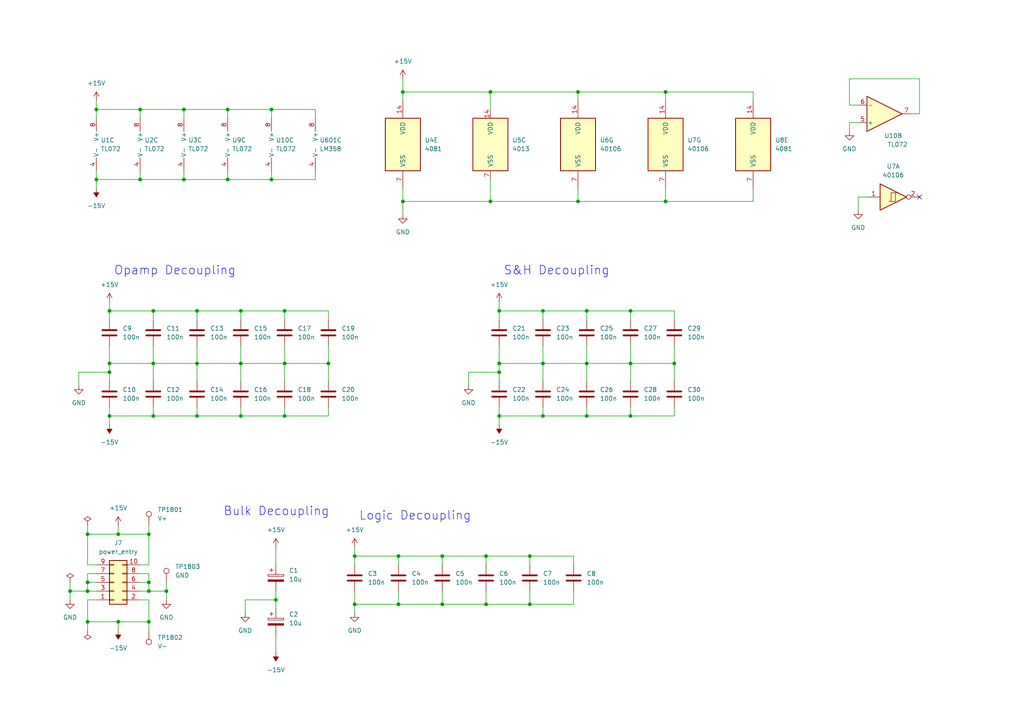
<source format=kicad_sch>
(kicad_sch (version 20211123) (generator eeschema)
  (paper "A4")
  (title_block (title "Josh Ox Ribbon Synth Ribbon board") (date "2022-06-17") (rev "0") (comment 1 "creativecommons.org/licences/by/4.0") (comment 2 "license: CC by 4.0") (comment 3 "Author: Jordan Aceto"))
  (lib_symbols
    (symbol "4xxx:40106" (pin_names (offset 1.016))
      (property "Reference" "U" (at 0 1.27 0))
      (property "Value" "40106" (at 0 -1.27 0))
      (symbol "40106_1_0"
        (polyline (pts (xy -0.635 -1.27) (xy -0.635 1.27) (xy 0.635 1.27)))
        (polyline (pts (xy -3.81 3.81) (xy -3.81 -3.81) (xy 3.81 0) (xy -3.81 3.81)) (stroke (width 0.254)) (fill (type background)))
        (polyline (pts (xy -1.27 -1.27) (xy 0.635 -1.27) (xy 0.635 1.27) (xy 1.27 1.27)))
        (pin input line (at -7.62 0 0) (length 3.81) (name "~") (number "1"))
        (pin output inverted (at 7.62 0 180) (length 3.81) (name "~") (number "2"))
      )
      (symbol "40106_2_0"
        (polyline (pts (xy -0.635 -1.27) (xy -0.635 1.27) (xy 0.635 1.27)))
        (polyline (pts (xy -3.81 3.81) (xy -3.81 -3.81) (xy 3.81 0) (xy -3.81 3.81)) (stroke (width 0.254)) (fill (type background)))
        (polyline (pts (xy -1.27 -1.27) (xy 0.635 -1.27) (xy 0.635 1.27) (xy 1.27 1.27)))
        (pin input line (at -7.62 0 0) (length 3.81) (name "~") (number "3"))
        (pin output inverted (at 7.62 0 180) (length 3.81) (name "~") (number "4"))
      )
      (symbol "40106_3_0"
        (polyline (pts (xy -0.635 -1.27) (xy -0.635 1.27) (xy 0.635 1.27)))
        (polyline (pts (xy -3.81 3.81) (xy -3.81 -3.81) (xy 3.81 0) (xy -3.81 3.81)) (stroke (width 0.254)) (fill (type background)))
        (polyline (pts (xy -1.27 -1.27) (xy 0.635 -1.27) (xy 0.635 1.27) (xy 1.27 1.27)))
        (pin input line (at -7.62 0 0) (length 3.81) (name "~") (number "5"))
        (pin output inverted (at 7.62 0 180) (length 3.81) (name "~") (number "6"))
      )
      (symbol "40106_4_0"
        (polyline (pts (xy -0.635 -1.27) (xy -0.635 1.27) (xy 0.635 1.27)))
        (polyline (pts (xy -3.81 3.81) (xy -3.81 -3.81) (xy 3.81 0) (xy -3.81 3.81)) (stroke (width 0.254)) (fill (type background)))
        (polyline (pts (xy -1.27 -1.27) (xy 0.635 -1.27) (xy 0.635 1.27) (xy 1.27 1.27)))
        (pin output inverted (at 7.62 0 180) (length 3.81) (name "~") (number "8"))
        (pin input line (at -7.62 0 0) (length 3.81) (name "~") (number "9"))
      )
      (symbol "40106_5_0"
        (polyline (pts (xy -0.635 -1.27) (xy -0.635 1.27) (xy 0.635 1.27)))
        (polyline (pts (xy -3.81 3.81) (xy -3.81 -3.81) (xy 3.81 0) (xy -3.81 3.81)) (stroke (width 0.254)) (fill (type background)))
        (polyline (pts (xy -1.27 -1.27) (xy 0.635 -1.27) (xy 0.635 1.27) (xy 1.27 1.27)))
        (pin output inverted (at 7.62 0 180) (length 3.81) (name "~") (number "10"))
        (pin input line (at -7.62 0 0) (length 3.81) (name "~") (number "11"))
      )
      (symbol "40106_6_0"
        (polyline (pts (xy -0.635 -1.27) (xy -0.635 1.27) (xy 0.635 1.27)))
        (polyline (pts (xy -3.81 3.81) (xy -3.81 -3.81) (xy 3.81 0) (xy -3.81 3.81)) (stroke (width 0.254)) (fill (type background)))
        (polyline (pts (xy -1.27 -1.27) (xy 0.635 -1.27) (xy 0.635 1.27) (xy 1.27 1.27)))
        (pin output inverted (at 7.62 0 180) (length 3.81) (name "~") (number "12"))
        (pin input line (at -7.62 0 0) (length 3.81) (name "~") (number "13"))
      )
      (symbol "40106_7_0"
        (pin power_in line (at 0 12.7 270) (length 5.08) (name "VDD") (number "14"))
        (pin power_in line (at 0 -12.7 90) (length 5.08) (name "VSS") (number "7"))
      )
      (symbol "40106_7_1"
        (rectangle (start -5.08 7.62) (end 5.08 -7.62) (stroke (width 0.254)) (fill (type background)))
      )
    )
    (symbol "4xxx:4013" (pin_names (offset 1.016))
      (property "Reference" "U" (at -7.62 8.89 0))
      (property "Value" "4013" (at -7.62 -8.89 0))
      (symbol "4013_1_1"
        (rectangle (start -5.08 5.08) (end 5.08 -5.08) (stroke (width 0.254)) (fill (type background)))
        (pin output line (at 7.62 2.54 180) (length 2.54) (name "Q") (number "1"))
        (pin output line (at 7.62 -2.54 180) (length 2.54) (name "~{Q}") (number "2"))
        (pin input clock (at -7.62 0 0) (length 2.54) (name "C") (number "3"))
        (pin input line (at 0 -7.62 90) (length 2.54) (name "R") (number "4"))
        (pin input line (at -7.62 2.54 0) (length 2.54) (name "D") (number "5"))
        (pin input line (at 0 7.62 270) (length 2.54) (name "S") (number "6"))
      )
      (symbol "4013_2_1"
        (rectangle (start -5.08 5.08) (end 5.08 -5.08) (stroke (width 0.254)) (fill (type background)))
        (pin input line (at 0 -7.62 90) (length 2.54) (name "R") (number "10"))
        (pin input clock (at -7.62 0 0) (length 2.54) (name "C") (number "11"))
        (pin output line (at 7.62 -2.54 180) (length 2.54) (name "~{Q}") (number "12"))
        (pin output line (at 7.62 2.54 180) (length 2.54) (name "Q") (number "13"))
        (pin input line (at 0 7.62 270) (length 2.54) (name "S") (number "8"))
        (pin input line (at -7.62 2.54 0) (length 2.54) (name "D") (number "9"))
      )
      (symbol "4013_3_0"
        (pin power_in line (at 0 10.16 270) (length 2.54) (name "VDD") (number "14"))
        (pin power_in line (at 0 -10.16 90) (length 2.54) (name "VSS") (number "7"))
      )
      (symbol "4013_3_1"
        (rectangle (start -5.08 7.62) (end 5.08 -7.62) (stroke (width 0.254)) (fill (type background)))
      )
    )
    (symbol "4xxx:4081" (pin_names (offset 1.016))
      (property "Reference" "U" (at 0 1.27 0))
      (property "Value" "4081" (at 0 -1.27 0))
      (symbol "4081_1_1"
        (arc (start 0 -3.81) (mid 3.81 0) (end 0 3.81) (stroke (width 0.254)) (fill (type background)))
        (polyline (pts (xy 0 3.81) (xy -3.81 3.81) (xy -3.81 -3.81) (xy 0 -3.81)) (stroke (width 0.254)) (fill (type background)))
        (pin input line (at -7.62 2.54 0) (length 3.81) (name "~") (number "1"))
        (pin input line (at -7.62 -2.54 0) (length 3.81) (name "~") (number "2"))
        (pin output line (at 7.62 0 180) (length 3.81) (name "~") (number "3"))
      )
      (symbol "4081_1_2"
        (arc (start -3.81 -3.81) (mid -2.589 0) (end -3.81 3.81) (stroke (width 0.254)))
        (arc (start -0.6096 -3.81) (mid 2.1842 -2.5851) (end 3.81 0) (stroke (width 0.254)) (fill (type background)))
        (polyline (pts (xy -3.81 -3.81) (xy -0.635 -3.81)) (stroke (width 0.254)) (fill (type background)))
        (polyline (pts (xy -3.81 3.81) (xy -0.635 3.81)) (stroke (width 0.254)) (fill (type background)))
        (polyline (pts (xy -0.635 3.81) (xy -3.81 3.81) (xy -3.81 3.81) (xy -3.556 3.4036) (xy -3.0226 2.2606) (xy -2.6924 1.0414) (xy -2.6162 -0.254) (xy -2.7686 -1.4986) (xy -3.175 -2.7178) (xy -3.81 -3.81) (xy -3.81 -3.81) (xy -0.635 -3.81)) (stroke (width -25.4)) (fill (type background)))
        (arc (start 3.81 0) (mid 2.1915 2.5936) (end -0.6096 3.81) (stroke (width 0.254)) (fill (type background)))
        (pin input inverted (at -7.62 2.54 0) (length 4.318) (name "~") (number "1"))
        (pin input inverted (at -7.62 -2.54 0) (length 4.318) (name "~") (number "2"))
        (pin output inverted (at 7.62 0 180) (length 3.81) (name "~") (number "3"))
      )
      (symbol "4081_2_1"
        (arc (start 0 -3.81) (mid 3.81 0) (end 0 3.81) (stroke (width 0.254)) (fill (type background)))
        (polyline (pts (xy 0 3.81) (xy -3.81 3.81) (xy -3.81 -3.81) (xy 0 -3.81)) (stroke (width 0.254)) (fill (type background)))
        (pin output line (at 7.62 0 180) (length 3.81) (name "~") (number "4"))
        (pin input line (at -7.62 2.54 0) (length 3.81) (name "~") (number "5"))
        (pin input line (at -7.62 -2.54 0) (length 3.81) (name "~") (number "6"))
      )
      (symbol "4081_2_2"
        (arc (start -3.81 -3.81) (mid -2.589 0) (end -3.81 3.81) (stroke (width 0.254)))
        (arc (start -0.6096 -3.81) (mid 2.1842 -2.5851) (end 3.81 0) (stroke (width 0.254)) (fill (type background)))
        (polyline (pts (xy -3.81 -3.81) (xy -0.635 -3.81)) (stroke (width 0.254)) (fill (type background)))
        (polyline (pts (xy -3.81 3.81) (xy -0.635 3.81)) (stroke (width 0.254)) (fill (type background)))
        (polyline (pts (xy -0.635 3.81) (xy -3.81 3.81) (xy -3.81 3.81) (xy -3.556 3.4036) (xy -3.0226 2.2606) (xy -2.6924 1.0414) (xy -2.6162 -0.254) (xy -2.7686 -1.4986) (xy -3.175 -2.7178) (xy -3.81 -3.81) (xy -3.81 -3.81) (xy -0.635 -3.81)) (stroke (width -25.4)) (fill (type background)))
        (arc (start 3.81 0) (mid 2.1915 2.5936) (end -0.6096 3.81) (stroke (width 0.254)) (fill (type background)))
        (pin output inverted (at 7.62 0 180) (length 3.81) (name "~") (number "4"))
        (pin input inverted (at -7.62 2.54 0) (length 4.318) (name "~") (number "5"))
        (pin input inverted (at -7.62 -2.54 0) (length 4.318) (name "~") (number "6"))
      )
      (symbol "4081_3_1"
        (arc (start 0 -3.81) (mid 3.81 0) (end 0 3.81) (stroke (width 0.254)) (fill (type background)))
        (polyline (pts (xy 0 3.81) (xy -3.81 3.81) (xy -3.81 -3.81) (xy 0 -3.81)) (stroke (width 0.254)) (fill (type background)))
        (pin output line (at 7.62 0 180) (length 3.81) (name "~") (number "10"))
        (pin input line (at -7.62 2.54 0) (length 3.81) (name "~") (number "8"))
        (pin input line (at -7.62 -2.54 0) (length 3.81) (name "~") (number "9"))
      )
      (symbol "4081_3_2"
        (arc (start -3.81 -3.81) (mid -2.589 0) (end -3.81 3.81) (stroke (width 0.254)))
        (arc (start -0.6096 -3.81) (mid 2.1842 -2.5851) (end 3.81 0) (stroke (width 0.254)) (fill (type background)))
        (polyline (pts (xy -3.81 -3.81) (xy -0.635 -3.81)) (stroke (width 0.254)) (fill (type background)))
        (polyline (pts (xy -3.81 3.81) (xy -0.635 3.81)) (stroke (width 0.254)) (fill (type background)))
        (polyline (pts (xy -0.635 3.81) (xy -3.81 3.81) (xy -3.81 3.81) (xy -3.556 3.4036) (xy -3.0226 2.2606) (xy -2.6924 1.0414) (xy -2.6162 -0.254) (xy -2.7686 -1.4986) (xy -3.175 -2.7178) (xy -3.81 -3.81) (xy -3.81 -3.81) (xy -0.635 -3.81)) (stroke (width -25.4)) (fill (type background)))
        (arc (start 3.81 0) (mid 2.1915 2.5936) (end -0.6096 3.81) (stroke (width 0.254)) (fill (type background)))
        (pin output inverted (at 7.62 0 180) (length 3.81) (name "~") (number "10"))
        (pin input inverted (at -7.62 2.54 0) (length 4.318) (name "~") (number "8"))
        (pin input inverted (at -7.62 -2.54 0) (length 4.318) (name "~") (number "9"))
      )
      (symbol "4081_4_1"
        (arc (start 0 -3.81) (mid 3.81 0) (end 0 3.81) (stroke (width 0.254)) (fill (type background)))
        (polyline (pts (xy 0 3.81) (xy -3.81 3.81) (xy -3.81 -3.81) (xy 0 -3.81)) (stroke (width 0.254)) (fill (type background)))
        (pin output line (at 7.62 0 180) (length 3.81) (name "~") (number "11"))
        (pin input line (at -7.62 2.54 0) (length 3.81) (name "~") (number "12"))
        (pin input line (at -7.62 -2.54 0) (length 3.81) (name "~") (number "13"))
      )
      (symbol "4081_4_2"
        (arc (start -3.81 -3.81) (mid -2.589 0) (end -3.81 3.81) (stroke (width 0.254)))
        (arc (start -0.6096 -3.81) (mid 2.1842 -2.5851) (end 3.81 0) (stroke (width 0.254)) (fill (type background)))
        (polyline (pts (xy -3.81 -3.81) (xy -0.635 -3.81)) (stroke (width 0.254)) (fill (type background)))
        (polyline (pts (xy -3.81 3.81) (xy -0.635 3.81)) (stroke (width 0.254)) (fill (type background)))
        (polyline (pts (xy -0.635 3.81) (xy -3.81 3.81) (xy -3.81 3.81) (xy -3.556 3.4036) (xy -3.0226 2.2606) (xy -2.6924 1.0414) (xy -2.6162 -0.254) (xy -2.7686 -1.4986) (xy -3.175 -2.7178) (xy -3.81 -3.81) (xy -3.81 -3.81) (xy -0.635 -3.81)) (stroke (width -25.4)) (fill (type background)))
        (arc (start 3.81 0) (mid 2.1915 2.5936) (end -0.6096 3.81) (stroke (width 0.254)) (fill (type background)))
        (pin output inverted (at 7.62 0 180) (length 3.81) (name "~") (number "11"))
        (pin input inverted (at -7.62 2.54 0) (length 4.318) (name "~") (number "12"))
        (pin input inverted (at -7.62 -2.54 0) (length 4.318) (name "~") (number "13"))
      )
      (symbol "4081_5_0"
        (pin power_in line (at 0 12.7 270) (length 5.08) (name "VDD") (number "14"))
        (pin power_in line (at 0 -12.7 90) (length 5.08) (name "VSS") (number "7"))
      )
      (symbol "4081_5_1"
        (rectangle (start -5.08 7.62) (end 5.08 -7.62) (stroke (width 0.254)) (fill (type background)))
      )
    )
    (symbol "Amplifier_Operational:LM358" (pin_names (offset 0.127))
      (property "Reference" "U" (at 0 5.08 0))
      (property "Value" "LM358" (at 0 -5.08 0))
      (symbol "LM358_1_1"
        (polyline (pts (xy -5.08 5.08) (xy 5.08 0) (xy -5.08 -5.08) (xy -5.08 5.08)) (stroke (width 0.254)) (fill (type background)))
        (pin output line (at 7.62 0 180) (length 2.54) (name "~") (number "1"))
        (pin input line (at -7.62 -2.54 0) (length 2.54) (name "-") (number "2"))
        (pin input line (at -7.62 2.54 0) (length 2.54) (name "+") (number "3"))
      )
      (symbol "LM358_2_1"
        (polyline (pts (xy -5.08 5.08) (xy 5.08 0) (xy -5.08 -5.08) (xy -5.08 5.08)) (stroke (width 0.254)) (fill (type background)))
        (pin input line (at -7.62 2.54 0) (length 2.54) (name "+") (number "5"))
        (pin input line (at -7.62 -2.54 0) (length 2.54) (name "-") (number "6"))
        (pin output line (at 7.62 0 180) (length 2.54) (name "~") (number "7"))
      )
      (symbol "LM358_3_1"
        (pin power_in line (at -2.54 -7.62 90) (length 3.81) (name "V-") (number "4"))
        (pin power_in line (at -2.54 7.62 270) (length 3.81) (name "V+") (number "8"))
      )
    )
    (symbol "Amplifier_Operational:TL072" (pin_names (offset 0.127))
      (property "Reference" "U" (at 0 5.08 0))
      (property "Value" "TL072" (at 0 -5.08 0))
      (symbol "TL072_1_1"
        (polyline (pts (xy -5.08 5.08) (xy 5.08 0) (xy -5.08 -5.08) (xy -5.08 5.08)) (stroke (width 0.254)) (fill (type background)))
        (pin output line (at 7.62 0 180) (length 2.54) (name "~") (number "1"))
        (pin input line (at -7.62 -2.54 0) (length 2.54) (name "-") (number "2"))
        (pin input line (at -7.62 2.54 0) (length 2.54) (name "+") (number "3"))
      )
      (symbol "TL072_2_1"
        (polyline (pts (xy -5.08 5.08) (xy 5.08 0) (xy -5.08 -5.08) (xy -5.08 5.08)) (stroke (width 0.254)) (fill (type background)))
        (pin input line (at -7.62 2.54 0) (length 2.54) (name "+") (number "5"))
        (pin input line (at -7.62 -2.54 0) (length 2.54) (name "-") (number "6"))
        (pin output line (at 7.62 0 180) (length 2.54) (name "~") (number "7"))
      )
      (symbol "TL072_3_1"
        (pin power_in line (at -2.54 -7.62 90) (length 3.81) (name "V-") (number "4"))
        (pin power_in line (at -2.54 7.62 270) (length 3.81) (name "V+") (number "8"))
      )
    )
    (symbol "Connector:TestPoint" (pin_numbers hide) (pin_names (offset 0.762) hide)
      (property "Reference" "TP" (at 0 6.858 0))
      (property "Value" "TestPoint" (at 0 5.08 0))
      (symbol "TestPoint_0_1"
        (circle (center 0 3.302) (radius 0.762))
      )
      (symbol "TestPoint_1_1"
        (pin passive line (at 0 0 90) (length 2.54) (name "1") (number "1"))
      )
    )
    (symbol "Connector_Generic:Conn_02x05_Odd_Even" (pin_names (offset 1.016) hide)
      (property "Reference" "J" (at 1.27 7.62 0))
      (property "Value" "Conn_02x05_Odd_Even" (at 1.27 -7.62 0))
      (symbol "Conn_02x05_Odd_Even_1_1"
        (rectangle (start -1.27 -4.953) (end 0 -5.207) (stroke (width 0.1524)))
        (rectangle (start -1.27 -2.413) (end 0 -2.667) (stroke (width 0.1524)))
        (rectangle (start -1.27 0.127) (end 0 -0.127) (stroke (width 0.1524)))
        (rectangle (start -1.27 2.667) (end 0 2.413) (stroke (width 0.1524)))
        (rectangle (start -1.27 5.207) (end 0 4.953) (stroke (width 0.1524)))
        (rectangle (start -1.27 6.35) (end 3.81 -6.35) (stroke (width 0.254)) (fill (type background)))
        (rectangle (start 3.81 -4.953) (end 2.54 -5.207) (stroke (width 0.1524)))
        (rectangle (start 3.81 -2.413) (end 2.54 -2.667) (stroke (width 0.1524)))
        (rectangle (start 3.81 0.127) (end 2.54 -0.127) (stroke (width 0.1524)))
        (rectangle (start 3.81 2.667) (end 2.54 2.413) (stroke (width 0.1524)))
        (rectangle (start 3.81 5.207) (end 2.54 4.953) (stroke (width 0.1524)))
        (pin passive line (at -5.08 5.08 0) (length 3.81) (name "Pin_1") (number "1"))
        (pin passive line (at 7.62 -5.08 180) (length 3.81) (name "Pin_10") (number "10"))
        (pin passive line (at 7.62 5.08 180) (length 3.81) (name "Pin_2") (number "2"))
        (pin passive line (at -5.08 2.54 0) (length 3.81) (name "Pin_3") (number "3"))
        (pin passive line (at 7.62 2.54 180) (length 3.81) (name "Pin_4") (number "4"))
        (pin passive line (at -5.08 0 0) (length 3.81) (name "Pin_5") (number "5"))
        (pin passive line (at 7.62 0 180) (length 3.81) (name "Pin_6") (number "6"))
        (pin passive line (at -5.08 -2.54 0) (length 3.81) (name "Pin_7") (number "7"))
        (pin passive line (at 7.62 -2.54 180) (length 3.81) (name "Pin_8") (number "8"))
        (pin passive line (at -5.08 -5.08 0) (length 3.81) (name "Pin_9") (number "9"))
      )
    )
    (symbol "Device:C" (pin_numbers hide) (pin_names (offset 0.254))
      (property "Reference" "C" (at 0.635 2.54 0))
      (property "Value" "C" (at 0.635 -2.54 0))
      (symbol "C_0_1"
        (polyline (pts (xy -2.032 -0.762) (xy 2.032 -0.762)) (stroke (width 0.508)))
        (polyline (pts (xy -2.032 0.762) (xy 2.032 0.762)) (stroke (width 0.508)))
      )
      (symbol "C_1_1"
        (pin passive line (at 0 3.81 270) (length 2.794) (name "~") (number "1"))
        (pin passive line (at 0 -3.81 90) (length 2.794) (name "~") (number "2"))
      )
    )
    (symbol "Device:C_Polarized" (pin_numbers hide) (pin_names (offset 0.254))
      (property "Reference" "C" (at 0.635 2.54 0))
      (property "Value" "C_Polarized" (at 0.635 -2.54 0))
      (symbol "C_Polarized_0_1"
        (rectangle (start -2.286 0.508) (end 2.286 1.016))
        (polyline (pts (xy -1.778 2.286) (xy -0.762 2.286)))
        (polyline (pts (xy -1.27 2.794) (xy -1.27 1.778)))
        (rectangle (start 2.286 -0.508) (end -2.286 -1.016) (fill (type outline)))
      )
      (symbol "C_Polarized_1_1"
        (pin passive line (at 0 3.81 270) (length 2.794) (name "~") (number "1"))
        (pin passive line (at 0 -3.81 90) (length 2.794) (name "~") (number "2"))
      )
    )
    (symbol "power:+15V" (power) (pin_names (offset 0))
      (property "Value" "+15V" (at 0 3.556 0))
      (symbol "+15V_0_1"
        (polyline (pts (xy -0.762 1.27) (xy 0 2.54)))
        (polyline (pts (xy 0 0) (xy 0 2.54)))
        (polyline (pts (xy 0 2.54) (xy 0.762 1.27)))
      )
      (symbol "+15V_1_1"
        (pin power_in line (at 0 0 90) (length 0) hide (name "+15V") (number "1"))
      )
    )
    (symbol "power:-15V" (power) (pin_names (offset 0))
      (property "Value" "-15V" (at 0 3.81 0))
      (symbol "-15V_0_0"
        (pin power_in line (at 0 0 90) (length 0) hide (name "-15V") (number "1"))
      )
      (symbol "-15V_0_1"
        (polyline (pts (xy 0 0) (xy 0 1.27) (xy 0.762 1.27) (xy 0 2.54) (xy -0.762 1.27) (xy 0 1.27)) (fill (type outline)))
      )
    )
    (symbol "power:GND" (power) (pin_names (offset 0))
      (property "Value" "GND" (at 0 -3.81 0))
      (symbol "GND_0_1"
        (polyline (pts (xy 0 0) (xy 0 -1.27) (xy 1.27 -1.27) (xy 0 -2.54) (xy -1.27 -1.27) (xy 0 -1.27)))
      )
      (symbol "GND_1_1"
        (pin power_in line (at 0 0 270) (length 0) hide (name "GND") (number "1"))
      )
    )
    (symbol "power:PWR_FLAG" (power) (pin_numbers hide) (pin_names (offset 0) hide)
      (property "Value" "PWR_FLAG" (at 0 3.81 0))
      (symbol "PWR_FLAG_0_0"
        (pin power_out line (at 0 0 90) (length 0) (name "pwr") (number "1"))
      )
      (symbol "PWR_FLAG_0_1"
        (polyline (pts (xy 0 0) (xy 0 1.27) (xy -1.016 1.905) (xy 0 2.54) (xy 1.016 1.905) (xy 0 1.27)))
      )
    )
  )
  (junction (at 144.78 90.17))
  (junction (at 25.4 180.34))
  (junction (at 40.64 31.75))
  (junction (at 182.88 90.17))
  (junction (at 144.78 120.65))
  (junction (at 20.32 171.45))
  (junction (at 31.75 120.65))
  (junction (at 142.24 58.42))
  (junction (at 25.4 171.45))
  (junction (at 128.27 161.29))
  (junction (at 102.87 175.26))
  (junction (at 66.04 52.07))
  (junction (at 170.18 90.17))
  (junction (at 195.58 105.41))
  (junction (at 25.4 154.94))
  (junction (at 44.45 90.17))
  (junction (at 193.04 26.67))
  (junction (at 115.57 161.29))
  (junction (at 140.97 161.29))
  (junction (at 144.78 107.95))
  (junction (at 157.48 105.41))
  (junction (at 44.45 120.65))
  (junction (at 170.18 105.41))
  (junction (at 31.75 107.95))
  (junction (at 115.57 175.26))
  (junction (at 102.87 161.29))
  (junction (at 57.15 90.17))
  (junction (at 193.04 58.42))
  (junction (at 34.29 154.94))
  (junction (at 182.88 105.41))
  (junction (at 48.26 171.45))
  (junction (at 170.18 120.65))
  (junction (at 157.48 90.17))
  (junction (at 128.27 175.26))
  (junction (at 25.4 168.91))
  (junction (at 95.25 105.41))
  (junction (at 43.18 168.91))
  (junction (at 142.24 26.67))
  (junction (at 57.15 105.41))
  (junction (at 31.75 90.17))
  (junction (at 78.74 52.07))
  (junction (at 78.74 31.75))
  (junction (at 82.55 105.41))
  (junction (at 167.64 26.67))
  (junction (at 80.01 173.99))
  (junction (at 167.64 58.42))
  (junction (at 153.67 161.29))
  (junction (at 116.84 58.42))
  (junction (at 82.55 120.65))
  (junction (at 153.67 175.26))
  (junction (at 116.84 26.67))
  (junction (at 31.75 105.41))
  (junction (at 44.45 105.41))
  (junction (at 69.85 90.17))
  (junction (at 53.34 31.75))
  (junction (at 53.34 52.07))
  (junction (at 66.04 31.75))
  (junction (at 34.29 180.34))
  (junction (at 40.64 52.07))
  (junction (at 27.94 31.75))
  (junction (at 43.18 154.94))
  (junction (at 144.78 105.41))
  (junction (at 69.85 120.65))
  (junction (at 182.88 120.65))
  (junction (at 43.18 180.34))
  (junction (at 82.55 90.17))
  (junction (at 157.48 120.65))
  (junction (at 140.97 175.26))
  (junction (at 27.94 52.07))
  (junction (at 69.85 105.41))
  (junction (at 43.18 171.45))
  (junction (at 57.15 120.65))
  (no_connect (at 266.7 57.15))
  (wire (pts (xy 142.24 58.42) (xy 116.84 58.42)))
  (wire (pts (xy 157.48 120.65) (xy 157.48 118.11)))
  (wire (pts (xy 246.38 38.1) (xy 246.38 35.56)))
  (wire (pts (xy 135.89 107.95) (xy 144.78 107.95)))
  (wire (pts (xy 115.57 175.26) (xy 115.57 171.45)))
  (wire (pts (xy 144.78 107.95) (xy 144.78 110.49)))
  (wire (pts (xy 195.58 90.17) (xy 195.58 92.71)))
  (wire (pts (xy 78.74 52.07) (xy 91.44 52.07)))
  (wire (pts (xy 40.64 168.91) (xy 43.18 168.91)))
  (wire (pts (xy 157.48 105.41) (xy 157.48 100.33)))
  (wire (pts (xy 40.64 52.07) (xy 27.94 52.07)))
  (wire (pts (xy 53.34 31.75) (xy 40.64 31.75)))
  (wire (pts (xy 193.04 26.67) (xy 167.64 26.67)))
  (wire (pts (xy 182.88 118.11) (xy 182.88 120.65)))
  (wire (pts (xy 193.04 58.42) (xy 167.64 58.42)))
  (wire (pts (xy 25.4 168.91) (xy 27.94 168.91)))
  (wire (pts (xy 43.18 154.94) (xy 34.29 154.94)))
  (wire (pts (xy 157.48 120.65) (xy 170.18 120.65)))
  (wire (pts (xy 40.64 163.83) (xy 43.18 163.83)))
  (wire (pts (xy 182.88 90.17) (xy 195.58 90.17)))
  (wire (pts (xy 82.55 90.17) (xy 82.55 92.71)))
  (wire (pts (xy 34.29 180.34) (xy 43.18 180.34)))
  (wire (pts (xy 40.64 31.75) (xy 27.94 31.75)))
  (wire (pts (xy 246.38 35.56) (xy 248.92 35.56)))
  (wire (pts (xy 53.34 49.53) (xy 53.34 52.07)))
  (wire (pts (xy 25.4 168.91) (xy 25.4 171.45)))
  (wire (pts (xy 27.94 173.99) (xy 25.4 173.99)))
  (wire (pts (xy 31.75 100.33) (xy 31.75 105.41)))
  (wire (pts (xy 43.18 171.45) (xy 43.18 168.91)))
  (wire (pts (xy 140.97 161.29) (xy 153.67 161.29)))
  (wire (pts (xy 20.32 168.91) (xy 20.32 171.45)))
  (wire (pts (xy 246.38 30.48) (xy 246.38 22.86)))
  (wire (pts (xy 25.4 166.37) (xy 27.94 166.37)))
  (wire (pts (xy 102.87 171.45) (xy 102.87 175.26)))
  (wire (pts (xy 69.85 105.41) (xy 69.85 110.49)))
  (wire (pts (xy 193.04 54.61) (xy 193.04 58.42)))
  (wire (pts (xy 140.97 175.26) (xy 128.27 175.26)))
  (wire (pts (xy 25.4 154.94) (xy 25.4 163.83)))
  (wire (pts (xy 193.04 26.67) (xy 193.04 29.21)))
  (wire (pts (xy 144.78 120.65) (xy 144.78 123.19)))
  (wire (pts (xy 102.87 177.8) (xy 102.87 175.26)))
  (wire (pts (xy 22.86 111.76) (xy 22.86 107.95)))
  (wire (pts (xy 195.58 100.33) (xy 195.58 105.41)))
  (wire (pts (xy 53.34 52.07) (xy 40.64 52.07)))
  (wire (pts (xy 43.18 152.4) (xy 43.18 154.94)))
  (wire (pts (xy 25.4 152.4) (xy 25.4 154.94)))
  (wire (pts (xy 69.85 105.41) (xy 82.55 105.41)))
  (wire (pts (xy 31.75 105.41) (xy 31.75 107.95)))
  (wire (pts (xy 166.37 175.26) (xy 166.37 171.45)))
  (wire (pts (xy 80.01 158.75) (xy 80.01 163.83)))
  (wire (pts (xy 116.84 58.42) (xy 116.84 54.61)))
  (wire (pts (xy 20.32 171.45) (xy 25.4 171.45)))
  (wire (pts (xy 153.67 175.26) (xy 153.67 171.45)))
  (wire (pts (xy 78.74 31.75) (xy 78.74 34.29)))
  (wire (pts (xy 115.57 161.29) (xy 128.27 161.29)))
  (wire (pts (xy 140.97 163.83) (xy 140.97 161.29)))
  (wire (pts (xy 71.12 173.99) (xy 80.01 173.99)))
  (wire (pts (xy 248.92 30.48) (xy 246.38 30.48)))
  (wire (pts (xy 27.94 29.21) (xy 27.94 31.75)))
  (wire (pts (xy 91.44 49.53) (xy 91.44 52.07)))
  (wire (pts (xy 167.64 54.61) (xy 167.64 58.42)))
  (wire (pts (xy 80.01 184.15) (xy 80.01 189.23)))
  (wire (pts (xy 31.75 87.63) (xy 31.75 90.17)))
  (wire (pts (xy 40.64 31.75) (xy 40.64 34.29)))
  (wire (pts (xy 128.27 175.26) (xy 128.27 171.45)))
  (wire (pts (xy 25.4 166.37) (xy 25.4 168.91)))
  (wire (pts (xy 44.45 110.49) (xy 44.45 105.41)))
  (wire (pts (xy 115.57 175.26) (xy 102.87 175.26)))
  (wire (pts (xy 170.18 105.41) (xy 182.88 105.41)))
  (wire (pts (xy 157.48 90.17) (xy 170.18 90.17)))
  (wire (pts (xy 140.97 175.26) (xy 153.67 175.26)))
  (wire (pts (xy 82.55 105.41) (xy 82.55 110.49)))
  (wire (pts (xy 166.37 161.29) (xy 166.37 163.83)))
  (wire (pts (xy 44.45 90.17) (xy 57.15 90.17)))
  (wire (pts (xy 195.58 105.41) (xy 195.58 110.49)))
  (wire (pts (xy 102.87 158.75) (xy 102.87 161.29)))
  (wire (pts (xy 142.24 26.67) (xy 142.24 31.75)))
  (wire (pts (xy 31.75 107.95) (xy 31.75 110.49)))
  (wire (pts (xy 170.18 100.33) (xy 170.18 105.41)))
  (wire (pts (xy 43.18 180.34) (xy 43.18 173.99)))
  (wire (pts (xy 82.55 100.33) (xy 82.55 105.41)))
  (wire (pts (xy 78.74 31.75) (xy 91.44 31.75)))
  (wire (pts (xy 170.18 90.17) (xy 182.88 90.17)))
  (wire (pts (xy 34.29 180.34) (xy 34.29 182.88)))
  (wire (pts (xy 31.75 90.17) (xy 31.75 92.71)))
  (wire (pts (xy 167.64 26.67) (xy 167.64 29.21)))
  (wire (pts (xy 195.58 118.11) (xy 195.58 120.65)))
  (wire (pts (xy 27.94 171.45) (xy 25.4 171.45)))
  (wire (pts (xy 48.26 168.91) (xy 48.26 171.45)))
  (wire (pts (xy 53.34 52.07) (xy 66.04 52.07)))
  (wire (pts (xy 27.94 52.07) (xy 27.94 49.53)))
  (wire (pts (xy 22.86 107.95) (xy 31.75 107.95)))
  (wire (pts (xy 91.44 34.29) (xy 91.44 31.75)))
  (wire (pts (xy 102.87 161.29) (xy 102.87 163.83)))
  (wire (pts (xy 34.29 154.94) (xy 25.4 154.94)))
  (wire (pts (xy 40.64 49.53) (xy 40.64 52.07)))
  (wire (pts (xy 135.89 111.76) (xy 135.89 107.95)))
  (wire (pts (xy 69.85 100.33) (xy 69.85 105.41)))
  (wire (pts (xy 48.26 171.45) (xy 43.18 171.45)))
  (wire (pts (xy 43.18 173.99) (xy 40.64 173.99)))
  (wire (pts (xy 144.78 100.33) (xy 144.78 105.41)))
  (wire (pts (xy 144.78 120.65) (xy 157.48 120.65)))
  (wire (pts (xy 157.48 92.71) (xy 157.48 90.17)))
  (wire (pts (xy 69.85 118.11) (xy 69.85 120.65)))
  (wire (pts (xy 266.7 33.02) (xy 264.16 33.02)))
  (wire (pts (xy 80.01 171.45) (xy 80.01 173.99)))
  (wire (pts (xy 71.12 177.8) (xy 71.12 173.99)))
  (wire (pts (xy 57.15 90.17) (xy 69.85 90.17)))
  (wire (pts (xy 115.57 175.26) (xy 128.27 175.26)))
  (wire (pts (xy 157.48 110.49) (xy 157.48 105.41)))
  (wire (pts (xy 57.15 100.33) (xy 57.15 105.41)))
  (wire (pts (xy 40.64 171.45) (xy 43.18 171.45)))
  (wire (pts (xy 167.64 58.42) (xy 142.24 58.42)))
  (wire (pts (xy 140.97 161.29) (xy 128.27 161.29)))
  (wire (pts (xy 182.88 100.33) (xy 182.88 105.41)))
  (wire (pts (xy 44.45 105.41) (xy 44.45 100.33)))
  (wire (pts (xy 170.18 90.17) (xy 170.18 92.71)))
  (wire (pts (xy 144.78 105.41) (xy 144.78 107.95)))
  (wire (pts (xy 157.48 105.41) (xy 144.78 105.41)))
  (wire (pts (xy 116.84 26.67) (xy 142.24 26.67)))
  (wire (pts (xy 25.4 173.99) (xy 25.4 180.34)))
  (wire (pts (xy 66.04 49.53) (xy 66.04 52.07)))
  (wire (pts (xy 69.85 90.17) (xy 69.85 92.71)))
  (wire (pts (xy 170.18 118.11) (xy 170.18 120.65)))
  (wire (pts (xy 57.15 120.65) (xy 69.85 120.65)))
  (wire (pts (xy 44.45 120.65) (xy 44.45 118.11)))
  (wire (pts (xy 57.15 105.41) (xy 69.85 105.41)))
  (wire (pts (xy 95.25 100.33) (xy 95.25 105.41)))
  (wire (pts (xy 182.88 90.17) (xy 182.88 92.71)))
  (wire (pts (xy 157.48 105.41) (xy 170.18 105.41)))
  (wire (pts (xy 40.64 166.37) (xy 43.18 166.37)))
  (wire (pts (xy 95.25 118.11) (xy 95.25 120.65)))
  (wire (pts (xy 266.7 22.86) (xy 266.7 33.02)))
  (wire (pts (xy 248.92 60.96) (xy 248.92 57.15)))
  (wire (pts (xy 218.44 58.42) (xy 193.04 58.42)))
  (wire (pts (xy 95.25 105.41) (xy 95.25 110.49)))
  (wire (pts (xy 218.44 26.67) (xy 193.04 26.67)))
  (wire (pts (xy 153.67 161.29) (xy 153.67 163.83)))
  (wire (pts (xy 43.18 182.88) (xy 43.18 180.34)))
  (wire (pts (xy 25.4 163.83) (xy 27.94 163.83)))
  (wire (pts (xy 82.55 105.41) (xy 95.25 105.41)))
  (wire (pts (xy 116.84 22.86) (xy 116.84 26.67)))
  (wire (pts (xy 116.84 58.42) (xy 116.84 62.23)))
  (wire (pts (xy 78.74 49.53) (xy 78.74 52.07)))
  (wire (pts (xy 246.38 22.86) (xy 266.7 22.86)))
  (wire (pts (xy 82.55 90.17) (xy 95.25 90.17)))
  (wire (pts (xy 144.78 90.17) (xy 144.78 92.71)))
  (wire (pts (xy 66.04 31.75) (xy 78.74 31.75)))
  (wire (pts (xy 140.97 175.26) (xy 140.97 171.45)))
  (wire (pts (xy 182.88 105.41) (xy 195.58 105.41)))
  (wire (pts (xy 20.32 173.99) (xy 20.32 171.45)))
  (wire (pts (xy 153.67 175.26) (xy 166.37 175.26)))
  (wire (pts (xy 248.92 57.15) (xy 251.46 57.15)))
  (wire (pts (xy 142.24 52.07) (xy 142.24 58.42)))
  (wire (pts (xy 27.94 52.07) (xy 27.94 54.61)))
  (wire (pts (xy 44.45 105.41) (xy 57.15 105.41)))
  (wire (pts (xy 116.84 26.67) (xy 116.84 29.21)))
  (wire (pts (xy 53.34 31.75) (xy 66.04 31.75)))
  (wire (pts (xy 82.55 118.11) (xy 82.55 120.65)))
  (wire (pts (xy 142.24 26.67) (xy 167.64 26.67)))
  (wire (pts (xy 144.78 118.11) (xy 144.78 120.65)))
  (wire (pts (xy 218.44 29.21) (xy 218.44 26.67)))
  (wire (pts (xy 57.15 118.11) (xy 57.15 120.65)))
  (wire (pts (xy 48.26 173.99) (xy 48.26 171.45)))
  (wire (pts (xy 69.85 120.65) (xy 82.55 120.65)))
  (wire (pts (xy 144.78 87.63) (xy 144.78 90.17)))
  (wire (pts (xy 69.85 90.17) (xy 82.55 90.17)))
  (wire (pts (xy 170.18 120.65) (xy 182.88 120.65)))
  (wire (pts (xy 25.4 180.34) (xy 34.29 180.34)))
  (wire (pts (xy 82.55 120.65) (xy 95.25 120.65)))
  (wire (pts (xy 170.18 105.41) (xy 170.18 110.49)))
  (wire (pts (xy 43.18 163.83) (xy 43.18 154.94)))
  (wire (pts (xy 27.94 31.75) (xy 27.94 34.29)))
  (wire (pts (xy 44.45 90.17) (xy 31.75 90.17)))
  (wire (pts (xy 31.75 120.65) (xy 44.45 120.65)))
  (wire (pts (xy 34.29 152.4) (xy 34.29 154.94)))
  (wire (pts (xy 43.18 168.91) (xy 43.18 166.37)))
  (wire (pts (xy 218.44 54.61) (xy 218.44 58.42)))
  (wire (pts (xy 31.75 120.65) (xy 31.75 123.19)))
  (wire (pts (xy 44.45 120.65) (xy 57.15 120.65)))
  (wire (pts (xy 115.57 161.29) (xy 102.87 161.29)))
  (wire (pts (xy 128.27 161.29) (xy 128.27 163.83)))
  (wire (pts (xy 157.48 90.17) (xy 144.78 90.17)))
  (wire (pts (xy 44.45 92.71) (xy 44.45 90.17)))
  (wire (pts (xy 66.04 52.07) (xy 78.74 52.07)))
  (wire (pts (xy 95.25 90.17) (xy 95.25 92.71)))
  (wire (pts (xy 153.67 161.29) (xy 166.37 161.29)))
  (wire (pts (xy 115.57 163.83) (xy 115.57 161.29)))
  (wire (pts (xy 31.75 118.11) (xy 31.75 120.65)))
  (wire (pts (xy 53.34 31.75) (xy 53.34 34.29)))
  (wire (pts (xy 57.15 90.17) (xy 57.15 92.71)))
  (wire (pts (xy 182.88 105.41) (xy 182.88 110.49)))
  (wire (pts (xy 80.01 173.99) (xy 80.01 176.53)))
  (wire (pts (xy 182.88 120.65) (xy 195.58 120.65)))
  (wire (pts (xy 25.4 182.88) (xy 25.4 180.34)))
  (wire (pts (xy 57.15 105.41) (xy 57.15 110.49)))
  (wire (pts (xy 44.45 105.41) (xy 31.75 105.41)))
  (wire (pts (xy 66.04 31.75) (xy 66.04 34.29)))
  (text "S&H Decoupling" (at 146.05 80.01 0) (effects (font (size 2.5 2.5)) (justify left bottom)))
  (text "Logic Decoupling" (at 104.14 151.13 0) (effects (font (size 2.5 2.5)) (justify left bottom)))
  (text "Opamp Decoupling" (at 33.02 80.01 0) (effects (font (size 2.5 2.5)) (justify left bottom)))
  (text "Bulk Decoupling" (at 64.77 149.86 0) (effects (font (size 2.5 2.5)) (justify left bottom)))
  (symbol (lib_id "4xxx:4081") (at 218.44 41.91 0) (unit 5)
    (property "Reference" "U8" (at 224.79 40.6399 0) (effects (justify left)))
    (property "Value" "4081" (at 224.79 43.1799 0) (effects (justify left)))
    (property "Footprint" "Package_SO:SOIC-14_3.9x8.7mm_P1.27mm" (effects hide))
    (property "Datasheet" "http://www.intersil.com/content/dam/Intersil/documents/cd40/cd4073bms-81bms-82bms.pdf" (effects hide))
  )
  (symbol (lib_id "power:GND") (at 135.89 111.76 0) (unit 1)
    (property "Reference" "#PWR01809" (effects hide))
    (property "Value" "GND" (at 135.89 116.84 0))
  )
  (symbol (lib_id "Device:C") (at 69.85 114.3 0) (unit 1)
    (property "Reference" "C16" (at 73.66 113.0299 0) (effects (justify left)))
    (property "Value" "100n" (at 73.66 115.5699 0) (effects (justify left)))
    (property "Footprint" "Capacitor_SMD:C_0805_2012Metric" (effects hide))
  )
  (symbol (lib_id "Device:C") (at 95.25 96.52 0) (unit 1)
    (property "Reference" "C19" (at 99.06 95.2499 0) (effects (justify left)))
    (property "Value" "100n" (at 99.06 97.7899 0) (effects (justify left)))
    (property "Footprint" "Capacitor_SMD:C_0805_2012Metric" (effects hide))
  )
  (symbol (lib_id "Device:C_Polarized") (at 80.01 167.64 0) (unit 1)
    (property "Reference" "C1" (at 83.82 165.4809 0) (effects (justify left)))
    (property "Value" "10u" (at 83.82 168.0209 0) (effects (justify left)))
    (property "Footprint" "Capacitor_THT:CP_Radial_D6.3mm_P2.50mm" (effects hide))
  )
  (symbol (lib_id "Connector:TestPoint") (at 43.18 182.88 180) (unit 1) (in_bom no)
    (property "Reference" "TP1802" (at 45.72 184.9119 0) (effects (justify right)))
    (property "Value" "V-" (at 45.72 187.4519 0) (effects (justify right)))
    (property "Footprint" "TestPoint:TestPoint_Keystone_5000-5004_Miniature" (effects hide))
  )
  (symbol (lib_id "power:-15V") (at 31.75 123.19 180) (unit 1)
    (property "Reference" "#PWR01803" (effects hide))
    (property "Value" "-15V" (at 31.75 128.27 0))
  )
  (symbol (lib_id "Amplifier_Operational:LM358") (at 93.98 41.91 0) (unit 3)
    (property "Reference" "U601" (at 92.71 40.6399 0) (effects (justify left)))
    (property "Value" "LM358" (at 92.71 43.1799 0) (effects (justify left)))
    (property "Footprint" "Package_SO:SOIC-8_3.9x4.9mm_P1.27mm" (effects hide))
    (property "Datasheet" "http://www.ti.com/lit/ds/symlink/lm2904-n.pdf" (effects hide))
  )
  (symbol (lib_id "Amplifier_Operational:TL072") (at 55.88 41.91 0) (unit 3)
    (property "Reference" "U3" (at 54.61 40.6399 0) (effects (justify left)))
    (property "Value" "TL072" (at 54.61 43.1799 0) (effects (justify left)))
    (property "Footprint" "Package_SO:SO-8_5.3x6.2mm_P1.27mm" (effects hide))
    (property "Datasheet" "http://www.ti.com/lit/ds/symlink/tl071.pdf" (effects hide))
  )
  (symbol (lib_id "power:+15V") (at 102.87 158.75 0) (unit 1)
    (property "Reference" "#PWR01807" (effects hide))
    (property "Value" "+15V" (at 102.87 153.67 0))
  )
  (symbol (lib_id "power:GND") (at 246.38 38.1 0) (unit 1)
    (property "Reference" "#PWR0122" (effects hide))
    (property "Value" "GND" (at 246.38 43.18 0))
  )
  (symbol (lib_id "Device:C") (at 82.55 114.3 0) (unit 1)
    (property "Reference" "C18" (at 86.36 113.0299 0) (effects (justify left)))
    (property "Value" "100n" (at 86.36 115.5699 0) (effects (justify left)))
    (property "Footprint" "Capacitor_SMD:C_0805_2012Metric" (effects hide))
  )
  (symbol (lib_id "Device:C") (at 170.18 114.3 0) (unit 1)
    (property "Reference" "C26" (at 173.99 113.0299 0) (effects (justify left)))
    (property "Value" "100n" (at 173.99 115.5699 0) (effects (justify left)))
    (property "Footprint" "Capacitor_SMD:C_0805_2012Metric" (effects hide))
  )
  (symbol (lib_id "power:-15V") (at 27.94 54.61 180) (unit 1)
    (property "Reference" "#PWR0118" (effects hide))
    (property "Value" "-15V" (at 27.94 59.69 0))
  )
  (symbol (lib_id "Device:C") (at 31.75 114.3 0) (unit 1)
    (property "Reference" "C10" (at 35.56 113.0299 0) (effects (justify left)))
    (property "Value" "100n" (at 35.56 115.5699 0) (effects (justify left)))
    (property "Footprint" "Capacitor_SMD:C_0805_2012Metric" (effects hide))
  )
  (symbol (lib_id "4xxx:40106") (at 193.04 41.91 0) (unit 7)
    (property "Reference" "U7" (at 199.39 40.6399 0) (effects (justify left)))
    (property "Value" "40106" (at 199.39 43.1799 0) (effects (justify left)))
    (property "Footprint" "Package_SO:SOIC-14_3.9x8.7mm_P1.27mm" (effects hide))
    (property "Datasheet" "https://assets.nexperia.com/documents/data-sheet/HEF40106B.pdf" (effects hide))
  )
  (symbol (lib_id "power:-15V") (at 144.78 123.19 180) (unit 1)
    (property "Reference" "#PWR01811" (effects hide))
    (property "Value" "-15V" (at 144.78 128.27 0))
  )
  (symbol (lib_id "Device:C") (at 195.58 114.3 0) (unit 1)
    (property "Reference" "C30" (at 199.39 113.0299 0) (effects (justify left)))
    (property "Value" "100n" (at 199.39 115.5699 0) (effects (justify left)))
    (property "Footprint" "Capacitor_SMD:C_0805_2012Metric" (effects hide))
  )
  (symbol (lib_id "Device:C") (at 82.55 96.52 0) (unit 1)
    (property "Reference" "C17" (at 86.36 95.2499 0) (effects (justify left)))
    (property "Value" "100n" (at 86.36 97.7899 0) (effects (justify left)))
    (property "Footprint" "Capacitor_SMD:C_0805_2012Metric" (effects hide))
  )
  (symbol (lib_id "4xxx:40106") (at 259.08 57.15 0) (unit 1)
    (property "Reference" "U7" (at 259.08 48.26 0))
    (property "Value" "40106" (at 259.08 50.8 0))
    (property "Footprint" "Package_SO:SOIC-14_3.9x8.7mm_P1.27mm" (effects hide))
    (property "Datasheet" "https://assets.nexperia.com/documents/data-sheet/HEF40106B.pdf" (effects hide))
  )
  (symbol (lib_id "power:-15V") (at 34.29 182.88 180) (unit 1)
    (property "Reference" "#PWR0115" (effects hide))
    (property "Value" "-15V" (at 34.29 187.96 0))
  )
  (symbol (lib_id "power:PWR_FLAG") (at 25.4 152.4 0) (unit 1)
    (property "Reference" "#FLG0103" (effects hide))
    (property "Value" "PWR_FLAG" (effects hide))
  )
  (symbol (lib_id "Device:C_Polarized") (at 80.01 180.34 0) (unit 1)
    (property "Reference" "C2" (at 83.82 178.1809 0) (effects (justify left)))
    (property "Value" "10u" (at 83.82 180.7209 0) (effects (justify left)))
    (property "Footprint" "Capacitor_THT:CP_Radial_D6.3mm_P2.50mm" (effects hide))
  )
  (symbol (lib_id "Device:C") (at 115.57 167.64 0) (unit 1)
    (property "Reference" "C4" (at 119.38 166.3699 0) (effects (justify left)))
    (property "Value" "100n" (at 119.38 168.9099 0) (effects (justify left)))
    (property "Footprint" "Capacitor_SMD:C_0805_2012Metric" (effects hide))
  )
  (symbol (lib_id "Device:C") (at 182.88 114.3 0) (unit 1)
    (property "Reference" "C28" (at 186.69 113.0299 0) (effects (justify left)))
    (property "Value" "100n" (at 186.69 115.5699 0) (effects (justify left)))
    (property "Footprint" "Capacitor_SMD:C_0805_2012Metric" (effects hide))
  )
  (symbol (lib_id "Connector:TestPoint") (at 48.26 168.91 0) (unit 1) (in_bom no)
    (property "Reference" "TP1803" (at 50.8 164.3379 0) (effects (justify left)))
    (property "Value" "GND" (at 50.8 166.8779 0) (effects (justify left)))
    (property "Footprint" "TestPoint:TestPoint_Bridge_Pitch7.62mm_Drill1.3mm" (effects hide))
  )
  (symbol (lib_id "Device:C") (at 195.58 96.52 0) (unit 1)
    (property "Reference" "C29" (at 199.39 95.2499 0) (effects (justify left)))
    (property "Value" "100n" (at 199.39 97.7899 0) (effects (justify left)))
    (property "Footprint" "Capacitor_SMD:C_0805_2012Metric" (effects hide))
  )
  (symbol (lib_id "power:PWR_FLAG") (at 25.4 182.88 180) (unit 1)
    (property "Reference" "#FLG0102" (effects hide))
    (property "Value" "PWR_FLAG" (effects hide))
  )
  (symbol (lib_id "power:+15V") (at 34.29 152.4 0) (unit 1)
    (property "Reference" "#PWR0117" (effects hide))
    (property "Value" "+15V" (at 34.29 147.32 0))
  )
  (symbol (lib_id "Amplifier_Operational:TL072") (at 30.48 41.91 0) (unit 3)
    (property "Reference" "U1" (at 29.21 40.6399 0) (effects (justify left)))
    (property "Value" "TL072" (at 29.21 43.1799 0) (effects (justify left)))
    (property "Footprint" "Package_SO:SO-8_5.3x6.2mm_P1.27mm" (effects hide))
    (property "Datasheet" "http://www.ti.com/lit/ds/symlink/tl071.pdf" (effects hide))
  )
  (symbol (lib_id "Device:C") (at 144.78 96.52 0) (unit 1)
    (property "Reference" "C21" (at 148.59 95.2499 0) (effects (justify left)))
    (property "Value" "100n" (at 148.59 97.7899 0) (effects (justify left)))
    (property "Footprint" "Capacitor_SMD:C_0805_2012Metric" (effects hide))
  )
  (symbol (lib_id "power:GND") (at 102.87 177.8 0) (unit 1)
    (property "Reference" "#PWR01808" (effects hide))
    (property "Value" "GND" (at 102.87 182.88 0))
  )
  (symbol (lib_id "Device:C") (at 57.15 114.3 0) (unit 1)
    (property "Reference" "C14" (at 60.96 113.0299 0) (effects (justify left)))
    (property "Value" "100n" (at 60.96 115.5699 0) (effects (justify left)))
    (property "Footprint" "Capacitor_SMD:C_0805_2012Metric" (effects hide))
  )
  (symbol (lib_id "power:PWR_FLAG") (at 20.32 168.91 0) (unit 1)
    (property "Reference" "#FLG0101" (effects hide))
    (property "Value" "PWR_FLAG" (effects hide))
  )
  (symbol (lib_id "power:+15V") (at 27.94 29.21 0) (unit 1)
    (property "Reference" "#PWR0119" (effects hide))
    (property "Value" "+15V" (at 27.94 24.13 0))
  )
  (symbol (lib_id "4xxx:4081") (at 116.84 41.91 0) (unit 5)
    (property "Reference" "U4" (at 123.19 40.6399 0) (effects (justify left)))
    (property "Value" "4081" (at 123.19 43.1799 0) (effects (justify left)))
    (property "Footprint" "Package_SO:SOIC-14_3.9x8.7mm_P1.27mm" (effects hide))
    (property "Datasheet" "http://www.intersil.com/content/dam/Intersil/documents/cd40/cd4073bms-81bms-82bms.pdf" (effects hide))
  )
  (symbol (lib_id "Device:C") (at 69.85 96.52 0) (unit 1)
    (property "Reference" "C15" (at 73.66 95.2499 0) (effects (justify left)))
    (property "Value" "100n" (at 73.66 97.7899 0) (effects (justify left)))
    (property "Footprint" "Capacitor_SMD:C_0805_2012Metric" (effects hide))
  )
  (symbol (lib_id "Device:C") (at 95.25 114.3 0) (unit 1)
    (property "Reference" "C20" (at 99.06 113.0299 0) (effects (justify left)))
    (property "Value" "100n" (at 99.06 115.5699 0) (effects (justify left)))
    (property "Footprint" "Capacitor_SMD:C_0805_2012Metric" (effects hide))
  )
  (symbol (lib_id "Device:C") (at 157.48 114.3 0) (unit 1)
    (property "Reference" "C24" (at 161.29 113.0299 0) (effects (justify left)))
    (property "Value" "100n" (at 161.29 115.5699 0) (effects (justify left)))
    (property "Footprint" "Capacitor_SMD:C_0805_2012Metric" (effects hide))
  )
  (symbol (lib_id "Amplifier_Operational:TL072") (at 43.18 41.91 0) (unit 3)
    (property "Reference" "U2" (at 41.91 40.6399 0) (effects (justify left)))
    (property "Value" "TL072" (at 41.91 43.1799 0) (effects (justify left)))
    (property "Footprint" "Package_SO:SO-8_5.3x6.2mm_P1.27mm" (effects hide))
    (property "Datasheet" "http://www.ti.com/lit/ds/symlink/tl071.pdf" (effects hide))
  )
  (symbol (lib_id "power:GND") (at 22.86 111.76 0) (unit 1)
    (property "Reference" "#PWR01801" (effects hide))
    (property "Value" "GND" (at 22.86 116.84 0))
  )
  (symbol (lib_id "power:-15V") (at 80.01 189.23 180) (unit 1)
    (property "Reference" "#PWR01806" (effects hide))
    (property "Value" "-15V" (at 80.01 194.31 0))
  )
  (symbol (lib_id "Device:C") (at 170.18 96.52 0) (unit 1)
    (property "Reference" "C25" (at 173.99 95.2499 0) (effects (justify left)))
    (property "Value" "100n" (at 173.99 97.7899 0) (effects (justify left)))
    (property "Footprint" "Capacitor_SMD:C_0805_2012Metric" (effects hide))
  )
  (symbol (lib_id "Device:C") (at 128.27 167.64 0) (unit 1)
    (property "Reference" "C5" (at 132.08 166.3699 0) (effects (justify left)))
    (property "Value" "100n" (at 132.08 168.9099 0) (effects (justify left)))
    (property "Footprint" "Capacitor_SMD:C_0805_2012Metric" (effects hide))
  )
  (symbol (lib_id "Device:C") (at 140.97 167.64 0) (unit 1)
    (property "Reference" "C6" (at 144.78 166.3699 0) (effects (justify left)))
    (property "Value" "100n" (at 144.78 168.9099 0) (effects (justify left)))
    (property "Footprint" "Capacitor_SMD:C_0805_2012Metric" (effects hide))
  )
  (symbol (lib_id "Amplifier_Operational:TL072") (at 256.54 33.02 0) (mirror x) (unit 2)
    (property "Reference" "U10" (at 259.08 39.37 0))
    (property "Value" "TL072" (at 260.35 41.91 0))
    (property "Footprint" "Package_SO:SO-8_5.3x6.2mm_P1.27mm" (effects hide))
    (property "Datasheet" "http://www.ti.com/lit/ds/symlink/tl071.pdf" (effects hide))
  )
  (symbol (lib_id "power:GND") (at 48.26 173.99 0) (unit 1)
    (property "Reference" "#PWR0114" (effects hide))
    (property "Value" "GND" (at 48.26 179.07 0))
  )
  (symbol (lib_id "Device:C") (at 44.45 114.3 0) (unit 1)
    (property "Reference" "C12" (at 48.26 113.0299 0) (effects (justify left)))
    (property "Value" "100n" (at 48.26 115.5699 0) (effects (justify left)))
    (property "Footprint" "Capacitor_SMD:C_0805_2012Metric" (effects hide))
  )
  (symbol (lib_id "Device:C") (at 31.75 96.52 0) (unit 1)
    (property "Reference" "C9" (at 35.56 95.2499 0) (effects (justify left)))
    (property "Value" "100n" (at 35.56 97.7899 0) (effects (justify left)))
    (property "Footprint" "Capacitor_SMD:C_0805_2012Metric" (effects hide))
  )
  (symbol (lib_id "Connector_Generic:Conn_02x05_Odd_Even") (at 33.02 168.91 0) (mirror x) (unit 1)
    (property "Reference" "J7" (at 34.29 157.48 0))
    (property "Value" "power_entry" (at 34.29 160.02 0))
    (property "Footprint" "Connector_IDC:IDC-Header_2x05_P2.54mm_Vertical" (effects hide))
  )
  (symbol (lib_id "Device:C") (at 182.88 96.52 0) (unit 1)
    (property "Reference" "C27" (at 186.69 95.2499 0) (effects (justify left)))
    (property "Value" "100n" (at 186.69 97.7899 0) (effects (justify left)))
    (property "Footprint" "Capacitor_SMD:C_0805_2012Metric" (effects hide))
  )
  (symbol (lib_id "Connector:TestPoint") (at 43.18 152.4 0) (unit 1) (in_bom no)
    (property "Reference" "TP1801" (at 45.72 147.8279 0) (effects (justify left)))
    (property "Value" "V+" (at 45.72 150.3679 0) (effects (justify left)))
    (property "Footprint" "TestPoint:TestPoint_Keystone_5000-5004_Miniature" (effects hide))
  )
  (symbol (lib_id "Device:C") (at 102.87 167.64 0) (unit 1)
    (property "Reference" "C3" (at 106.68 166.3699 0) (effects (justify left)))
    (property "Value" "100n" (at 106.68 168.9099 0) (effects (justify left)))
    (property "Footprint" "Capacitor_SMD:C_0805_2012Metric" (effects hide))
  )
  (symbol (lib_id "Device:C") (at 153.67 167.64 0) (unit 1)
    (property "Reference" "C7" (at 157.48 166.3699 0) (effects (justify left)))
    (property "Value" "100n" (at 157.48 168.9099 0) (effects (justify left)))
    (property "Footprint" "Capacitor_SMD:C_0805_2012Metric" (effects hide))
  )
  (symbol (lib_id "Device:C") (at 157.48 96.52 0) (unit 1)
    (property "Reference" "C23" (at 161.29 95.2499 0) (effects (justify left)))
    (property "Value" "100n" (at 161.29 97.7899 0) (effects (justify left)))
    (property "Footprint" "Capacitor_SMD:C_0805_2012Metric" (effects hide))
  )
  (symbol (lib_id "Amplifier_Operational:TL072") (at 81.28 41.91 0) (unit 3)
    (property "Reference" "U10" (at 80.01 40.6399 0) (effects (justify left)))
    (property "Value" "TL072" (at 80.01 43.1799 0) (effects (justify left)))
    (property "Footprint" "Package_SO:SO-8_5.3x6.2mm_P1.27mm" (effects hide))
    (property "Datasheet" "http://www.ti.com/lit/ds/symlink/tl071.pdf" (effects hide))
  )
  (symbol (lib_id "Device:C") (at 57.15 96.52 0) (unit 1)
    (property "Reference" "C13" (at 60.96 95.2499 0) (effects (justify left)))
    (property "Value" "100n" (at 60.96 97.7899 0) (effects (justify left)))
    (property "Footprint" "Capacitor_SMD:C_0805_2012Metric" (effects hide))
  )
  (symbol (lib_id "power:+15V") (at 80.01 158.75 0) (unit 1)
    (property "Reference" "#PWR01805" (effects hide))
    (property "Value" "+15V" (at 80.01 153.67 0))
  )
  (symbol (lib_id "power:+15V") (at 31.75 87.63 0) (unit 1)
    (property "Reference" "#PWR01802" (effects hide))
    (property "Value" "+15V" (at 31.75 82.55 0))
  )
  (symbol (lib_id "power:GND") (at 20.32 173.99 0) (mirror y) (unit 1)
    (property "Reference" "#PWR0116" (effects hide))
    (property "Value" "GND" (at 20.32 179.07 0))
  )
  (symbol (lib_id "4xxx:40106") (at 167.64 41.91 0) (unit 7)
    (property "Reference" "U6" (at 173.99 40.6399 0) (effects (justify left)))
    (property "Value" "40106" (at 173.99 43.1799 0) (effects (justify left)))
    (property "Footprint" "Package_SO:SOIC-14_3.9x8.7mm_P1.27mm" (effects hide))
    (property "Datasheet" "https://assets.nexperia.com/documents/data-sheet/HEF40106B.pdf" (effects hide))
  )
  (symbol (lib_id "power:GND") (at 116.84 62.23 0) (unit 1)
    (property "Reference" "#PWR0112" (effects hide))
    (property "Value" "GND" (at 116.84 67.31 0))
  )
  (symbol (lib_id "power:GND") (at 248.92 60.96 0) (unit 1)
    (property "Reference" "#PWR0111" (effects hide))
    (property "Value" "GND" (at 248.92 66.04 0))
  )
  (symbol (lib_id "Amplifier_Operational:TL072") (at 68.58 41.91 0) (unit 3)
    (property "Reference" "U9" (at 67.31 40.6399 0) (effects (justify left)))
    (property "Value" "TL072" (at 67.31 43.1799 0) (effects (justify left)))
    (property "Footprint" "Package_SO:SO-8_5.3x6.2mm_P1.27mm" (effects hide))
    (property "Datasheet" "http://www.ti.com/lit/ds/symlink/tl071.pdf" (effects hide))
  )
  (symbol (lib_id "power:+15V") (at 116.84 22.86 0) (unit 1)
    (property "Reference" "#PWR0113" (effects hide))
    (property "Value" "+15V" (at 116.84 17.78 0))
  )
  (symbol (lib_id "Device:C") (at 44.45 96.52 0) (unit 1)
    (property "Reference" "C11" (at 48.26 95.2499 0) (effects (justify left)))
    (property "Value" "100n" (at 48.26 97.7899 0) (effects (justify left)))
    (property "Footprint" "Capacitor_SMD:C_0805_2012Metric" (effects hide))
  )
  (symbol (lib_id "power:GND") (at 71.12 177.8 0) (unit 1)
    (property "Reference" "#PWR01804" (effects hide))
    (property "Value" "GND" (at 71.12 182.88 0))
  )
  (symbol (lib_id "Device:C") (at 144.78 114.3 0) (unit 1)
    (property "Reference" "C22" (at 148.59 113.0299 0) (effects (justify left)))
    (property "Value" "100n" (at 148.59 115.5699 0) (effects (justify left)))
    (property "Footprint" "Capacitor_SMD:C_0805_2012Metric" (effects hide))
  )
  (symbol (lib_id "power:+15V") (at 144.78 87.63 0) (unit 1)
    (property "Reference" "#PWR01810" (effects hide))
    (property "Value" "+15V" (at 144.78 82.55 0))
  )
  (symbol (lib_id "Device:C") (at 166.37 167.64 0) (unit 1)
    (property "Reference" "C8" (at 170.18 166.3699 0) (effects (justify left)))
    (property "Value" "100n" (at 170.18 168.9099 0) (effects (justify left)))
    (property "Footprint" "Capacitor_SMD:C_0805_2012Metric" (effects hide))
  )
  (symbol (lib_id "4xxx:4013") (at 142.24 41.91 0) (unit 3)
    (property "Reference" "U5" (at 148.59 40.6399 0) (effects (justify left)))
    (property "Value" "4013" (at 148.59 43.1799 0) (effects (justify left)))
    (property "Footprint" "Package_SO:SOIC-14_3.9x8.7mm_P1.27mm" (effects hide))
    (property "Datasheet" "http://www.onsemi.com/pub/Collateral/MC14013B-D.PDF" (effects hide))
  )
)
</source>
